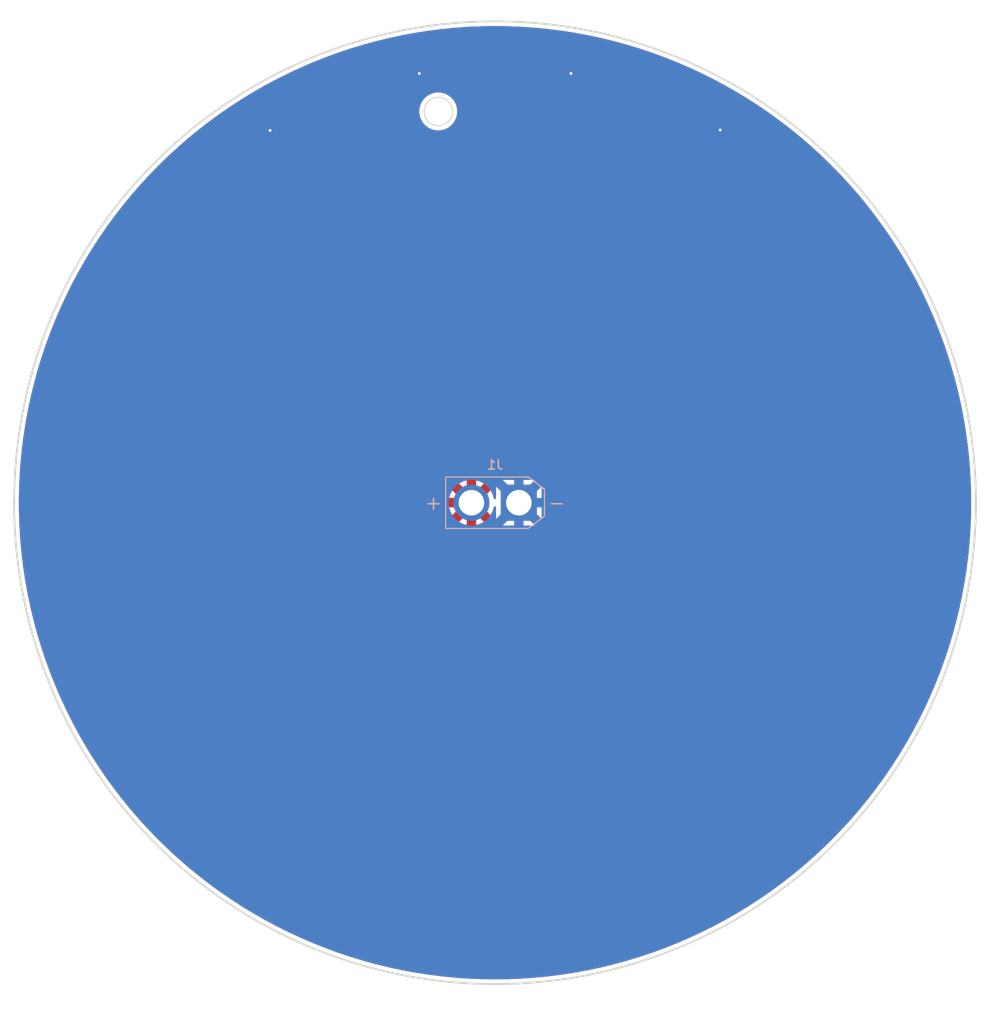
<source format=kicad_pcb>
(kicad_pcb (version 20240108) (generator "pcbnew") (generator_version "8.0")
  (layers (0 "F.Cu" signal) (31 "B.Cu" signal) (34 "B.Paste" user) (35 "F.Paste" user) (36 "B.SilkS" user "B.Silkscreen") (37 "F.SilkS" user "F.Silkscreen") (38 "B.Mask" user) (39 "F.Mask" user) (44 "Edge.Cuts" user))
  (net 0 "")
  (net 1 "GND")
  (net 2 "+9V")
  (footprint "Connector_AMASS:AMASS_XT30U-M_1x02_P5.0mm_Vertical" (layer "B.Cu") (at 152.5 100 180)
    (property "Reference" "J1" (at 2.5 4 0) (layer "B.SilkS") (effects (justify mirror)))
    (property "Value" "Conn_01x02_Socket")
    (fp_line (start 7.71 2.71) (end -1.01 2.71) (stroke (width 0.12)) (layer "B.SilkS"))
    (fp_line (start 7.71 -2.71) (end 7.71 2.71) (stroke (width 0.12)) (layer "B.SilkS"))
    (fp_line (start 7.71 -2.71) (end -1.01 -2.71) (stroke (width 0.12)) (layer "B.SilkS"))
    (fp_line (start -1.01 2.71) (end -2.71 1.41) (stroke (width 0.12)) (layer "B.SilkS"))
    (fp_line (start -1.01 -2.71) (end -2.71 -1.41) (stroke (width 0.12)) (layer "B.SilkS"))
    (fp_line (start -2.71 -1.41) (end -2.71 1.41) (stroke (width 0.12)) (layer "B.SilkS"))
    (fp_text user "-" (at -4 0 0) (layer "B.SilkS") (effects (font (size 1.5 1.5)) (justify mirror)))
    (fp_text user "+" (at 9 0 0) (layer "B.SilkS") (effects (font (size 1.5 1.5)) (justify mirror)))
    (pad "1" thru_hole rect (at 0 0 180) (size 3.8 3.8) (drill 2.7) (layers "*.Cu" "*.Mask") (net 1 "GND"))
    (pad "2" thru_hole circle (at 5 0 180) (size 3.8 3.8) (drill 2.7) (layers "*.Cu" "*.Mask") (net 2 "+9V"))
  )
  (gr_arc (start 123.601744 62.352334) (mid 149.967868 54.025005) (end 176.342091 62.326648) (stroke (width 2.5)) (layer "F.Cu") (net 1))
  (gr_circle (center 149.990259 100.000002) (end 200.740259 100.000002) (stroke (width 0.2)) (fill none) (layer "Edge.Cuts"))
  (gr_circle (center 144 58.75) (end 145.5 58.75) (stroke (width 0.1)) (fill none) (layer "Edge.Cuts"))
  (via (at 142 54.75) (size 0.7) (drill 0.3) (layers "F.Cu" "B.Cu") (net 1))
  (via (at 173.75 60.7) (size 0.7) (drill 0.3) (layers "F.Cu" "B.Cu") (net 1))
  (via (at 158 54.75) (size 0.7) (drill 0.3) (layers "F.Cu" "B.Cu") (net 1))
  (via (at 126.25 60.75) (size 0.7) (drill 0.3) (layers "F.Cu" "B.Cu") (net 1))
  (segment (start 152.5 100) (end 150.25 97.75) (width 1) (layer "B.Cu") (net 1))
  (segment (start 152.5 100) (end 150.25 102.25) (width 1) (layer "B.Cu") (net 1))
  (segment (start 152.5 100) (end 155 97.5) (width 1) (layer "B.Cu") (net 1))
  (segment (start 152.5 100) (end 155.5 100) (width 1) (layer "B.Cu") (net 1))
  (segment (start 152.5 100) (end 155 102.5) (width 1) (layer "B.Cu") (net 1))
  (segment (start 152.5 100) (end 152.5 97) (width 1) (layer "B.Cu") (net 1))
  (segment (start 152.5 100) (end 152.5 102.75) (width 1) (layer "B.Cu") (net 1))
  (segment (start 144.500001 99.999999) (end 144.5 100) (width 1) (layer "F.Cu") (net 2))
  (segment (start 147.500001 99.999999) (end 149.25 98.25) (width 1) (layer "F.Cu") (net 2))
  (segment (start 147.5 99.999999) (end 147.500001 99.999999) (width 1) (layer "F.Cu") (net 2))
  (segment (start 147.5 100) (end 149.25 101.75) (width 1) (layer "F.Cu") (net 2))
  (segment (start 147.5 99.999999) (end 147.5 96.75) (width 1) (layer "F.Cu") (net 2))
  (segment (start 147.5 99.999999) (end 147.5 102.75) (width 1) (layer "F.Cu") (net 2))
  (segment (start 147.5 99.999999) (end 144.500001 99.999999) (width 1) (layer "F.Cu") (net 2))
  (segment (start 147.5 99.999999) (end 147.499999 99.999999) (width 1) (layer "F.Cu") (net 2))
  (segment (start 147.5 100) (end 145.75 101.75) (width 1) (layer "F.Cu") (net 2))
  (segment (start 147.5 99.999999) (end 147.5 100) (width 1) (layer "F.Cu") (net 2))
  (segment (start 147.499999 99.999999) (end 145.75 98.25) (width 1) (layer "F.Cu") (net 2))
  (zone (net 2) (net_name "+9V") (layer "F.Cu") (connect_pads (clearance 0.5)) (min_thickness 0.25) (fill yes (thermal_gap 0.5) (thermal_bridge_width 0.5))
    (polygon (pts (xy 98 47) (xy 203.5 47) (xy 203.5 155) (xy 97.75 155)))
  )
  (zone (net 1) (net_name "GND") (layer "B.Cu") (connect_pads (clearance 0.5)) (min_thickness 0.25) (fill yes (thermal_gap 0.5) (thermal_bridge_width 0.5))
    (polygon (pts (xy 98 47) (xy 203.5 47) (xy 203.5 155) (xy 97.75 155)))
  )
)
</source>
